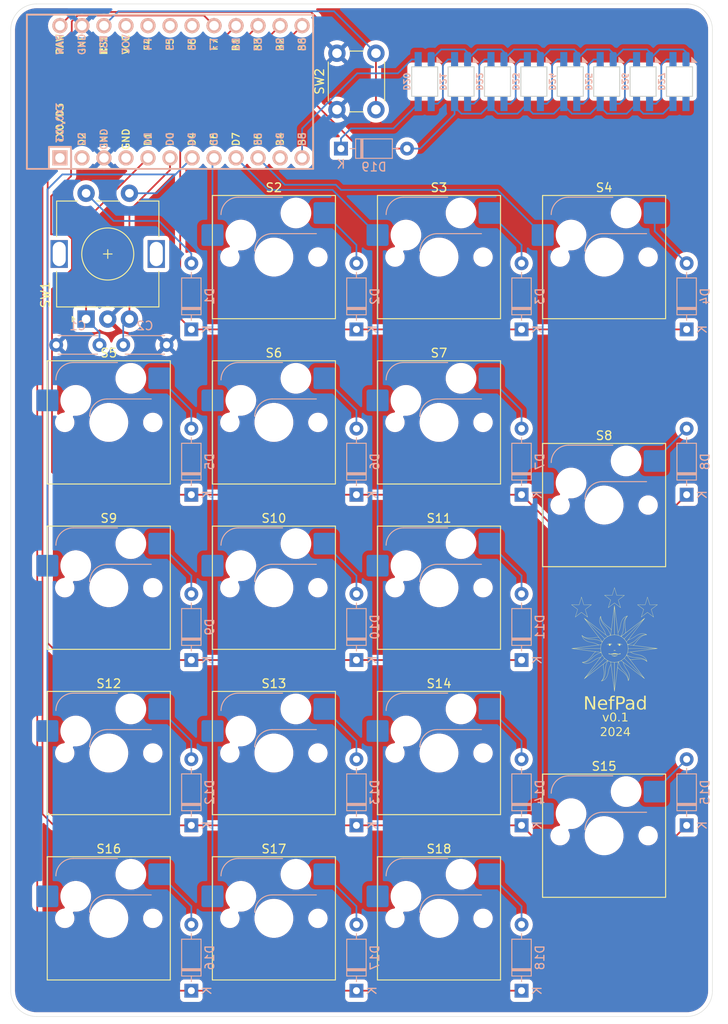
<source format=kicad_pcb>
(kicad_pcb (version 20240108) (generator "pcbnew") (generator_version "8.0")
  (title_block (title "NefPad") (date "2024-06-21") (rev "v0.1") (company "Suno Kaj 3"))
  (layers (0 "F.Cu" signal) (31 "B.Cu" signal) (34 "B.Paste" user) (35 "F.Paste" user) (36 "B.SilkS" user "B.Silkscreen") (37 "F.SilkS" user "F.Silkscreen") (38 "B.Mask" user) (39 "F.Mask" user) (44 "Edge.Cuts" user))
  (net 0 "")
  (net 1 "Row 0")
  (net 2 "Net-(D1-A)")
  (net 3 "Net-(D2-A)")
  (net 4 "Net-(D3-A)")
  (net 5 "Net-(D4-A)")
  (net 6 "Net-(D5-A)")
  (net 7 "Row 1")
  (net 8 "Net-(D6-A)")
  (net 9 "Net-(D7-A)")
  (net 10 "Net-(D8-A)")
  (net 11 "Net-(D9-A)")
  (net 12 "Row 2")
  (net 13 "Net-(D10-A)")
  (net 14 "Net-(D11-A)")
  (net 15 "Row 3")
  (net 16 "Net-(D12-A)")
  (net 17 "Net-(D13-A)")
  (net 18 "Net-(D14-A)")
  (net 19 "Net-(D15-A)")
  (net 20 "Net-(D16-A)")
  (net 21 "Row 4")
  (net 22 "Net-(D17-A)")
  (net 23 "Net-(D18-A)")
  (net 24 "Column 1")
  (net 25 "Column 2")
  (net 26 "Column 3")
  (net 27 "Column 0")
  (net 28 "EC_A")
  (net 29 "EC_B")
  (net 30 "RST")
  (net 31 "GND")
  (net 34 "+5V")
  (net 36 "Net-(D19-K)")
  (net 42 "LEDs")
  (net 43 "Net-(D20-VSS)")
  (net 44 "Net-(D20-DOUT)")
  (net 45 "Net-(D21-DOUT)")
  (net 46 "Net-(D22-DOUT)")
  (net 47 "Net-(D23-DOUT)")
  (net 48 "Net-(D24-DOUT)")
  (net 49 "Net-(D25-DOUT)")
  (net 50 "Net-(D26-DOUT)")
  (footprint "ScottoKeebs_Hotswap:Hotswap_MX_1.00u" (layer "F.Cu") (at 50.601605 104.775088)
    (property "Reference" "S13")
    (property "Value" "Keyswitch")
  )
  (footprint "ScottoKeebs_Hotswap:Hotswap_MX_1.00u" (layer "F.Cu") (at 31.551589 123.825104)
    (property "Reference" "S16")
    (property "Value" "Keyswitch")
  )
  (footprint "DD_Library_1:LED_SK6812MINI" (layer "F.Cu") (at 93.2 27.4 -90)
    (property "Reference" "D26")
    (property "Value" "LED_SK6812MINI" (hide yes))
    (fp_line (start -1.7 1.5) (end 1.7 1.5) (stroke (width 0.12)) (layer "Edge.Cuts"))
    (fp_line (start 1.7 1.5) (end 1.7 -1.5) (stroke (width 0.12)) (layer "Edge.Cuts"))
    (fp_line (start -1.7 -1.5) (end -1.7 1.5) (stroke (width 0.12)) (layer "Edge.Cuts"))
    (fp_line (start 1.7 -1.5) (end -1.7 -1.5) (stroke (width 0.12)) (layer "Edge.Cuts"))
  )
  (footprint "ScottoKeebs_Hotswap:Hotswap_MX_1.00u" (layer "F.Cu") (at 69.651621 66.675056)
    (property "Reference" "S7")
    (property "Value" "Keyswitch")
  )
  (footprint "DD_Library_1:solestrellas2" (layer "F.Cu") (at 89.892263 91.678202)
    (property "Reference" "G***" (hide yes))
    (property "Value" "LOGO" (hide yes))
  )
  (footprint "ScottoKeebs_MCU:Arduino_Pro_Micro" (layer "F.Cu") (at 39.885971 28.575024 90)
    (property "Reference" "U1" (hide yes))
    (property "Value" "Arduino_Pro_Micro" (hide yes))
  )
  (footprint "ScottoKeebs_Hotswap:Hotswap_MX_1.00u" (layer "F.Cu") (at 50.601605 123.825104)
    (property "Reference" "S17")
    (property "Value" "Keyswitch")
  )
  (footprint "ScottoKeebs_Hotswap:Hotswap_MX_2.00u_90deg" (layer "F.Cu") (at 88.701637 114.300096)
    (property "Reference" "S15")
    (property "Value" "Keyswitch")
  )
  (footprint "ScottoKeebs_Hotswap:Hotswap_MX_1.00u" (layer "F.Cu") (at 50.601605 66.675056)
    (property "Reference" "S6")
    (property "Value" "Keyswitch")
  )
  (footprint "DD_Library_1:LED_SK6812MINI" (layer "F.Cu") (at 76.4 27.4 -90)
    (property "Reference" "D22")
    (property "Value" "LED_SK6812MINI" (hide yes))
    (fp_line (start -1.7 1.5) (end 1.7 1.5) (stroke (width 0.12)) (layer "Edge.Cuts"))
    (fp_line (start 1.7 1.5) (end 1.7 -1.5) (stroke (width 0.12)) (layer "Edge.Cuts"))
    (fp_line (start -1.7 -1.5) (end -1.7 1.5) (stroke (width 0.12)) (layer "Edge.Cuts"))
    (fp_line (start 1.7 -1.5) (end -1.7 -1.5) (stroke (width 0.12)) (layer "Edge.Cuts"))
  )
  (footprint "Button_Switch_THT:SW_PUSH_6mm" (layer "F.Cu") (at 57.876613 30.634398 90)
    (property "Reference" "SW2")
    (property "Value" "SW_Push")
  )
  (footprint "DD_Library_1:LED_SK6812MINI" (layer "F.Cu") (at 80.6 27.4 -90)
    (property "Reference" "D23")
    (property "Value" "LED_SK6812MINI" (hide yes))
    (fp_line (start -1.7 1.5) (end 1.7 1.5) (stroke (width 0.12)) (layer "Edge.Cuts"))
    (fp_line (start 1.7 1.5) (end 1.7 -1.5) (stroke (width 0.12)) (layer "Edge.Cuts"))
    (fp_line (start -1.7 -1.5) (end -1.7 1.5) (stroke (width 0.12)) (layer "Edge.Cuts"))
    (fp_line (start 1.7 -1.5) (end -1.7 -1.5) (stroke (width 0.12)) (layer "Edge.Cuts"))
  )
  (footprint "ScottoKeebs_Hotswap:Hotswap_MX_2.00u_90deg" (layer "F.Cu") (at 88.701637 76.200064)
    (property "Reference" "S8")
    (property "Value" "Keyswitch")
  )
  (footprint "ScottoKeebs_Hotswap:Hotswap_MX_1.00u" (layer "F.Cu") (at 69.651621 123.825104)
    (property "Reference" "S18")
    (property "Value" "Keyswitch")
  )
  (footprint "ScottoKeebs_Hotswap:Hotswap_MX_1.00u" (layer "F.Cu") (at 88.701637 47.62504)
    (property "Reference" "S4")
    (property "Value" "Keyswitch")
  )
  (footprint "ScottoKeebs_Hotswap:Hotswap_MX_1.00u" (layer "F.Cu") (at 50.601605 47.62504)
    (property "Reference" "S2")
    (property "Value" "Keyswitch")
  )
  (footprint "DD_Library_1:LED_SK6812MINI" (layer "F.Cu") (at 97.4 27.4 -90)
    (property "Reference" "D27")
    (property "Value" "LED_SK6812MINI" (hide yes))
    (fp_line (start -1.7 1.5) (end 1.7 1.5) (stroke (width 0.12)) (layer "Edge.Cuts"))
    (fp_line (start 1.7 1.5) (end 1.7 -1.5) (stroke (width 0.12)) (layer "Edge.Cuts"))
    (fp_line (start -1.7 -1.5) (end -1.7 1.5) (stroke (width 0.12)) (layer "Edge.Cuts"))
    (fp_line (start 1.7 -1.5) (end -1.7 -1.5) (stroke (width 0.12)) (layer "Edge.Cuts"))
  )
  (footprint "ScottoKeebs_Hotswap:Hotswap_MX_1.00u" (layer "F.Cu") (at 31.551589 104.775088)
    (property "Reference" "S12")
    (property "Value" "Keyswitch")
  )
  (footprint "DD_Library_1:LED_SK6812MINI" (layer "F.Cu") (at 72.2 27.4 -90)
    (property "Reference" "D21")
    (property "Value" "LED_SK6812MINI" (hide yes))
    (fp_line (start -1.7 1.5) (end 1.7 1.5) (stroke (width 0.12)) (layer "Edge.Cuts"))
    (fp_line (start 1.7 1.5) (end 1.7 -1.5) (stroke (width 0.12)) (layer "Edge.Cuts"))
    (fp_line (start -1.7 -1.5) (end -1.7 1.5) (stroke (width 0.12)) (layer "Edge.Cuts"))
    (fp_line (start 1.7 -1.5) (end -1.7 -1.5) (stroke (width 0.12)) (layer "Edge.Cuts"))
  )
  (footprint "Rotary_Encoder:RotaryEncoder_Alps_EC11E-Switch_Vertical_H20mm" (layer "F.Cu") (at 28.932841 54.768796 90)
    (property "Reference" "SW1")
    (property "Value" "RotaryEncoder_Switch")
  )
  (footprint "ScottoKeebs_Hotswap:Hotswap_MX_1.00u" (layer "F.Cu") (at 69.651621 85.725072)
    (property "Reference" "S11")
    (property "Value" "Keyswitch")
  )
  (footprint "DD_Library_1:LED_SK6812MINI" (layer "F.Cu") (at 68 27.4 -90)
    (property "Reference" "D20")
    (property "Value" "LED_SK6812MINI" (hide yes))
    (fp_line (start -1.7 1.5) (end 1.7 1.5) (stroke (width 0.12)) (layer "Edge.Cuts"))
    (fp_line (start 1.7 1.5) (end 1.7 -1.5) (stroke (width 0.12)) (layer "Edge.Cuts"))
    (fp_line (start -1.7 -1.5) (end -1.7 1.5) (stroke (width 0.12)) (layer "Edge.Cuts"))
    (fp_line (start 1.7 -1.5) (end -1.7 -1.5) (stroke (width 0.12)) (layer "Edge.Cuts"))
  )
  (footprint "ScottoKeebs_Hotswap:Hotswap_MX_1.00u" (layer "F.Cu") (at 69.651621 47.62504)
    (property "Reference" "S3")
    (property "Value" "Keyswitch")
  )
  (footprint "ScottoKeebs_Hotswap:Hotswap_MX_1.00u" (layer "F.Cu") (at 31.551589 66.675056)
    (property "Reference" "S5")
    (property "Value" "Keyswitch")
  )
  (footprint "ScottoKeebs_Hotswap:Hotswap_MX_1.00u" (layer "F.Cu") (at 69.651621 104.775088)
    (property "Reference" "S14")
    (property "Value" "Keyswitch")
  )
  (footprint "ScottoKeebs_Hotswap:Hotswap_MX_1.00u" (layer "F.Cu") (at 50.601605 85.725072)
    (property "Reference" "S10")
    (property "Value" "Keyswitch")
  )
  (footprint "DD_Library_1:LED_SK6812MINI" (layer "F.Cu") (at 84.8 27.4 -90)
    (property "Reference" "D24")
    (property "Value" "LED_SK6812MINI" (hide yes))
    (fp_line (start -1.7 1.5) (end 1.7 1.5) (stroke (width 0.12)) (layer "Edge.Cuts"))
    (fp_line (start 1.7 1.5) (end 1.7 -1.5) (stroke (width 0.12)) (layer "Edge.Cuts"))
    (fp_line (start -1.7 -1.5) (end -1.7 1.5) (stroke (width 0.12)) (layer "Edge.Cuts"))
    (fp_line (start 1.7 -1.5) (end -1.7 -1.5) (stroke (width 0.12)) (layer "Edge.Cuts"))
  )
  (footprint "ScottoKeebs_Hotswap:Hotswap_MX_1.00u" (layer "F.Cu") (at 31.551589 85.725072)
    (property "Reference" "S9")
    (property "Value" "Keyswitch")
  )
  (footprint "DD_Library_1:LED_SK6812MINI" (layer "F.Cu") (at 89 27.4 -90)
    (property "Reference" "D25")
    (property "Value" "LED_SK6812MINI" (hide yes))
    (fp_line (start -1.7 1.5) (end 1.7 1.5) (stroke (width 0.12)) (layer "Edge.Cuts"))
    (fp_line (start 1.7 1.5) (end 1.7 -1.5) (stroke (width 0.12)) (layer "Edge.Cuts"))
    (fp_line (start -1.7 -1.5) (end -1.7 1.5) (stroke (width 0.12)) (layer "Edge.Cuts"))
    (fp_line (start 1.7 -1.5) (end -1.7 -1.5) (stroke (width 0.12)) (layer "Edge.Cuts"))
  )
  (footprint "Diode_THT:D_DO-35_SOD27_P7.62mm_Horizontal" (layer "B.Cu") (at 98.226645 75.009438 90)
    (property "Reference" "D8")
    (property "Value" "D")
  )
  (footprint "Diode_THT:D_DO-35_SOD27_P7.62mm_Horizontal" (layer "B.Cu") (at 60.126613 113.10947 90)
    (property "Reference" "D13")
    (property "Value" "D")
  )
  (footprint "Capacitor_THT:C_Disc_D4.3mm_W1.9mm_P5.00mm" (layer "B.Cu") (at 30.479711 57.745361 180)
    (property "Reference" "C1")
    (property "Value" "100 nF")
  )
  (footprint "Diode_THT:D_DO-35_SOD27_P7.62mm_Horizontal" (layer "B.Cu") (at 41.076597 132.159486 90)
    (property "Reference" "D16")
    (property "Value" "D")
  )
  (footprint "Diode_THT:D_DO-35_SOD27_P7.62mm_Horizontal" (layer "B.Cu") (at 60.126613 132.159486 90)
    (property "Reference" "D17")
    (property "Value" "D")
  )
  (footprint "Diode_THT:D_DO-35_SOD27_P7.62mm_Horizontal" (layer "B.Cu") (at 79.176629 75.009438 90)
    (property "Reference" "D7")
    (property "Value" "D")
  )
  (footprint "Capacitor_THT:C_Disc_D4.3mm_W1.9mm_P5.00mm" (layer "B.Cu") (at 38.21878 57.745361 180)
    (property "Reference" "C2")
    (property "Value" "100 nF")
  )
  (footprint "Diode_THT:D_DO-35_SOD27_P7.62mm_Horizontal" (layer "B.Cu") (at 41.076597 75.009438 90)
    (property "Reference" "D5")
    (property "Value" "D")
  )
  (footprint "Diode_THT:D_DO-35_SOD27_P7.62mm_Horizontal" (layer "B.Cu") (at 79.176629 132.159486 90)
    (property "Reference" "D18")
    (property "Value" "D")
  )
  (footprint "Diode_THT:D_DO-35_SOD27_P7.62mm_Horizontal" (layer "B.Cu") (at 60.126613 55.959422 90)
    (property "Reference" "D2")
    (property "Value" "D")
  )
  (footprint "Diode_THT:D_DO-35_SOD27_P7.62mm_Horizontal" (layer "B.Cu") (at 98.226645 113.10947 90)
    (property "Reference" "D15")
    (property "Value" "D")
  )
  (footprint "Diode_THT:D_DO-35_SOD27_P7.62mm_Horizontal" (layer "B.Cu") (at 60.126613 94.059454 90)
    (property "Reference" "D10")
    (property "Value" "D")
  )
  (footprint "Diode_THT:D_DO-35_SOD27_P7.62mm_Horizontal" (layer "B.Cu") (at 58.340674 35.123467)
    (property "Reference" "D19")
    (property "Value" "D")
  )
  (footprint "Diode_THT:D_DO-35_SOD27_P7.62mm_Horizontal" (layer "B.Cu") (at 41.076597 94.059454 90)
    (property "Reference" "D9")
    (property "Value" "D")
  )
  (footprint "Diode_THT:D_DO-35_SOD27_P7.62mm_Horizontal" (layer "B.Cu") (at 79.176629 55.959422 90)
    (property "Reference" "D3")
    (property "Value" "D")
  )
  (footprint "Diode_THT:D_DO-35_SOD27_P7.62mm_Horizontal" (layer "B.Cu") (at 79.176629 94.059454 90)
    (property "Reference" "D11")
    (property "Value" "D")
  )
  (footprint "Diode_THT:D_DO-35_SOD27_P7.62mm_Horizontal" (layer "B.Cu") (at 98.226645 55.959422 90)
    (property "Reference" "D4")
    (property "Value" "D")
  )
  (footprint "Diode_THT:D_DO-35_SOD27_P7.62mm_Horizontal" (layer "B.Cu") (at 41.076597 55.959422 90)
    (property "Reference" "D1")
    (property "Value" "D")
  )
  (footprint "Diode_THT:D_DO-35_SOD27_P7.62mm_Horizontal" (layer "B.Cu") (at 41.076597 113.10947 90)
    (property "Reference" "D12")
    (property "Value" "D")
  )
  (footprint "Diode_THT:D_DO-35_SOD27_P7.62mm_Horizontal" (layer "B.Cu") (at 79.176629 113.10947 90)
    (property "Reference" "D14")
    (property "Value" "D")
  )
  (footprint "Diode_THT:D_DO-35_SOD27_P7.62mm_Horizontal" (layer "B.Cu") (at 60.126613 75.009438 90)
    (property "Reference" "D6")
    (property "Value" "D")
  )
  (gr_line (start 20.240642 132.159486) (end 20.240642 21.431268) (stroke (width 0.05)) (layer "Edge.Cuts"))
  (gr_line (start 101.20321 21.431268) (end 101.20321 132.159486) (stroke (width 0.05)) (layer "Edge.Cuts"))
  (gr_arc (start 98.226645 18.454703) (mid 100.331394 19.326519) (end 101.20321 21.431268) (stroke (width 0.05)) (layer "Edge.Cuts"))
  (gr_arc (start 20.240642 21.431268) (mid 21.112458 19.326519) (end 23.217207 18.454703) (stroke (width 0.05)) (layer "Edge.Cuts"))
  (gr_line (start 23.217207 18.454703) (end 98.226645 18.454703) (stroke (width 0.05)) (layer "Edge.Cuts"))
  (gr_line (start 98.226645 135.136051) (end 23.217207 135.136051) (stroke (width 0.05)) (layer "Edge.Cuts"))
  (gr_arc (start 101.20321 132.159486) (mid 100.331394 134.264235) (end 98.226645 135.136051) (stroke (width 0.05)) (layer "Edge.Cuts"))
  (gr_arc (start 23.217207 135.136051) (mid 21.112458 134.264235) (end 20.240642 132.159486) (stroke (width 0.05)) (layer "Edge.Cuts"))
  (gr_text "NefPad" (at 90 100.012584 0) (layer "F.SilkS") (effects (font (size 1.5 1.5) (thickness 0.1) (italic yes)) (justify bottom)))
  (gr_text "v0.1\n2024" (at 90 102.989149 0) (layer "F.SilkS") (effects (font (size 1 1) (thickness 0.1)) (justify bottom)))
  (segment (start 39.290658 34.528154) (end 27.979711 34.528154) (width 0.2) (layer "F.Cu") (net 1))
  (segment (start 79.176629 55.959422) (end 60.126613 55.959422) (width 0.2) (layer "F.Cu") (net 1))
  (segment (start 39.792271 35.029767) (end 39.290658 34.528154) (width 0.2) (layer "F.Cu") (net 1))
  (segment (start 27.979711 26.020289) (end 30 24) (width 0.2) (layer "F.Cu") (net 1))
  (segment (start 30 24) (end 50.810995 24) (width 0.2) (layer "F.Cu") (net 1))
  (segment (start 98.226645 55.959422) (end 79.176629 55.959422) (width 0.2) (layer "F.Cu") (net 1))
  (segment (start 27.979711 34.528154) (end 27.979711 26.020289) (width 0.2) (layer "F.Cu") (net 1))
  (segment (start 60.126613 55.959422) (end 41.076597 55.959422) (width 0.2) (layer "F.Cu") (net 1))
  (segment (start 39.792271 54.675096) (end 39.792271 35.029767) (width 0.2) (layer "F.Cu") (net 1))
  (segment (start 41.076597 55.959422) (end 39.792271 54.675096) (width 0.2) (layer "F.Cu") (net 1))
  (segment (start 50.810995 24) (end 53.855971 20.955024) (width 0.2) (layer "F.Cu") (net 1))
  (segment (start 41.076597 48.339422) (end 41.076597 47.208052) (width 0.2) (layer "B.Cu") (net 2))
  (segment (start 41.076597 47.208052) (end 37.326394 43.457849) (width 0.2) (layer "B.Cu") (net 2))
  (segment (start 28.932841 40.268796) (end 32.121894 43.457849) (width 0.2) (layer "B.Cu") (net 2))
  (segment (start 32.121894 43.457849) (end 37.326394 43.457849) (width 0.2) (layer "B.Cu") (net 2))
  (segment (start 60.126613 48.339422) (end 60.126613 46.228048) (width 0.2) (layer "B.Cu") (net 3))
  (segment (start 60.126613 46.228048) (end 56.443605 42.54504) (width 0.2) (layer "B.Cu") (net 3))
  (segment (start 79.176629 46.228048) (end 75.493621 42.54504) (width 0.2) (layer "B.Cu") (net 4))
  (segment (start 79.176629 48.339422) (end 79.176629 46.228048) (width 0.2) (layer "B.Cu") (net 4))
  (segment (start 94.543637 42.54504) (end 94.543637 44.656414) (width 0.2) (layer "B.Cu") (net 5))
  (segment (start 94.543637 44.656414) (end 98.226645 48.339422) (width 0.2) (layer "B.Cu") (net 5))
  (segment (start 41.076597 67.389438) (end 41.076597 65.278064) (width 0.2) (layer "B.Cu") (net 6))
  (segment (start 41.076597 65.278064) (end 37.393589 61.595056) (width 0.2) (layer "B.Cu") (net 6))
  (segment (start 29.6 23.5) (end 48.770995 23.5) (width 0.2) (layer "F.Cu") (net 7))
  (segment (start 27.3 45.535955) (end 26.764045 45) (width 0.2) (layer "F.Cu") (net 7))
  (segment (start 79.176629 75.009438) (end 60.126613 75.009438) (width 0.2) (layer "F.Cu") (net 7))
  (segment (start 98.226645 75.009438) (end 93.464141 79.771942) (width 0.2) (layer "F.Cu") (net 7))
  (segment (start 27.2 38.3) (end 27.2 25.9) (width 0.2) (layer "F.Cu") (net 7))
  (segment (start 25 51.301637) (end 27.3 49.001637) (width 0.2) (layer "F.Cu") (net 7))
  (segment (start 60.126613 75.009438) (end 41.076597 75.009438) (width 0.2) (layer "F.Cu") (net 7))
  (segment (start 48.770995 23.5) (end 51.315971 20.955024) (width 0.2) (layer "F.Cu") (net 7))
  (segment (start 41.076597 75.009438) (end 27.609438 75.009438) (width 0.2) (layer "F.Cu") (net 7))
  (segment (start 24.9 40.6) (end 27.2 38.3) (width 0.2) (layer "F.Cu") (net 7))
  (segment (start 83.939133 79.771942) (end 79.176629 75.009438) (width 0.2) (layer "F.Cu") (net 7))
  (segment (start 27.2 25.9) (end 29.6 23.5) (width 0.2) (layer "F.Cu") (net 7))
  (segment (start 27.3 49.001637) (end 27.3 45.535955) (width 0.2) (layer "F.Cu") (net 7))
  (segment (start 93.464141 79.771942) (end 83.939133 79.771942) (width 0.2) (layer "F.Cu") (net 7))
  (segment (start 25 72.4) (end 25 51.301637) (width 0.2) (layer "F.Cu") (net 7))
  (segment (start 26.764045 45) (end 24.9 45) (width 0.2) (layer "F.Cu") (net 7))
  (segment (start 27.609438 75.009438) (end 25 72.4) (width 0.2) (layer "F.Cu") (net 7))
  (segment (start 24.9 45) (end 24.9 40.6) (width 0.2) (layer "F.Cu") (net 7))
  (segment (start 60.126613 67.389438) (end 60.126613 65.278064) (width 0.2) (layer "B.Cu") (net 8))
  (segment (start 60.126613 65.278064) (end 56.443605 61.595056) (width 0.2) (layer "B.Cu") (net 8))
  (segment (start 79.176629 65.278064) (end 75.493621 61.595056) (width 0.2) (layer "B.Cu") (net 9))
  (segment (start 79.176629 67.389438) (end 79.176629 65.278064) (width 0.2) (layer "B.Cu") (net 9))
  (segment (start 94.543637 71.120064) (end 94.543637 71.072446) (width 0.2) (layer "B.Cu") (net 10))
  (segment (start 94.543637 71.072446) (end 98.226645 67.389438) (width 0.2) (layer "B.Cu") (net 10))
  (segment (start 41.076597 84.32808) (end 37.393589 80.645072) (width 0.2) (layer "B.Cu") (net 11))
  (segment (start 41.076597 86.439454) (end 41.076597 84.32808) (width 0.2) (layer "B.Cu") (net 11))
  (segment (start 46.730995 23) (end 48.775971 20.955024) (width 0.2) (layer "F.Cu") (net 12))
  (segment (start 41.076597 94.059454) (end 26.459454 94.059454) (width 0.2) (layer "F.Cu") (net 12))
  (segment (start 41.314719 94.059454) (end 41.076597 94.297576) (width 0.2) (layer "F.Cu") (net 12))
  (segment (start 24.5 26) (end 27.5 23) (width 0.2) (layer "F.Cu") (net 12))
  (segment (start 79.176629 94.059454) (end 60.126613 94.059454) (width 0.2) (layer "F.Cu") (net 12))
  (segment (start 60.126613 94.059454) (end 41.076597 94.059454) (width 0.2) (layer "F.Cu") (net 12))
  (segment (start 24.5 92.1) (end 24.5 26) (width 0.2) (layer "F.Cu") (net 12))
  (segment (start 27.5 23) (end 46.730995 23) (width 0.2) (layer "F.Cu") (net 12))
  (segment (start 26.459454 94.059454) (end 24.5 92.1) (width 0.2) (layer "F.Cu") (net 12))
  (segment (start 60.126613 84.32808) (end 56.443605 80.645072) (width 0.2) (layer "B.Cu") (net 13))
  (segment (start 60.126613 86.439454) (end 60.126613 84.32808) (width 0.2) (layer "B.Cu") (net 13))
  (segment (start 79.176629 86.439454) (end 79.176629 84.32808) (width 0.2) (layer "B.Cu") (net 14))
  (segment (start 79.176629 84.32808) (end 75.493621 80.645072) (width 0.2) (layer "B.Cu") (net 14))
  (segment (start 44.690995 22.5) (end 27.2 22.5) (width 0.2) (layer "F.Cu") (net 15))
  (segment (start 94.059454 117.276661) (end 83.34382 117.276661) (width 0.2) (layer "F.Cu") (net 15))
  (segment (start 27.2 22.5) (end 23.9 25.8) (width 0.2) (layer "F.Cu") (net 15))
  (segment (start 23.9 111.8) (end 25.20947 113.10947) (width 0.2) (layer "F.Cu") (net 15))
  (segment (start 79.176629 113.10947) (end 60.126613 113.10947) (width 0.2) (layer "F.Cu") (net 15))
  (segment (start 60.126613 113.10947) (end 41.076597 113.10947) (width 0.2) (layer "F.Cu") (net 15))
  (segment (start 25.20947 113.10947) (end 41.076597 113.10947) (width 0.2) (layer "F.Cu") (net 15))
  (segment (start 23.9 25.8) (end 23.9 111.8) (width 0.2) (layer "F.Cu") (net 15))
  (segment (start 83.34382 117.276661) (end 79.176629 113.10947) (width 0.2) (layer "F.Cu") (net 15))
  (segment (start 98.226645 113.10947) (end 94.059454 117.276661) (width 0.2) (layer "F.Cu") (net 15))
  (segment (start 46.235971 20.955024) (end 44.690995 22.5) (width 0.2) (layer "F.Cu") (net 15))
  (segment (start 41.076597 105.48947) (end 41.076597 103.378096) (width 0.2) (layer "B.Cu") (net 16))
  (segment (start 41.076597 103.378096) (end 37.393589 99.695088) (width 0.2) (layer "B.Cu") (net 16))
  (segment (start 60.126613 105.48947) (end 60.126613 103.378096) (width 0.2) (layer "B.Cu") (net 17))
  (segment (start 60.126613 103.378096) (end 56.443605 99.695088) (width 0.2) (layer "B.Cu") (net 17))
  (segment (start 79.176629 103.378096) (end 75.493621 99.695088) (width 0.2) (layer "B.Cu") (net 18))
  (segment (start 79.176629 105.48947) (end 79.176629 103.378096) (width 0.2) (layer "B.Cu") (net 18))
  (segment (start 98.226645 105.48947) (end 94.543637 109.172478) (width 0.2) (layer "B.Cu") (net 19))
  (segment (start 94.543637 109.172478) (end 94.543637 109.220096) (width 0.2) (layer "B.Cu") (net 19))
  (segment (start 41.076597 122.428112) (end 37.393589 118.745104) (width 0.2) (layer "B.Cu") (net 20))
  (segment (start 41.076597 124.539486) (end 41.076597 122.428112) (width 0.2) (layer "B.Cu") (net 20))
  (segment (start 79.176629 132.159486) (end 60.126613 132.159486) (width 0.2) (layer "F.Cu") (net 21))
  (segment (start 42.519671 19.778724) (end 43.695971 20.955024) (width 0.2) (layer "F.Cu") (net 21))
  (segment (start 23.3 131.7) (end 23.3 25.6) (width 0.2) (layer "F.Cu") (net 21))
  (segment (start 60.126613 132.159486) (end 41.076597 132.159486) (width 0.2) (layer "F.Cu") (net 21))
  (segment (start 27.279671 20.467784) (end 27.968731 19.778724) (width 0.2) (layer "F.Cu") (net 21))
  (segment (start 41.076597 132.159486) (end 23.759486 132.159486) (width 0.2) (layer "F.Cu") (net 21))
  (segment (start 23.3 25.6) (end 27.279671 21.620329) (width 0.2) (layer "F.Cu") (net 21))
  (segment (start 23.759486 132.159486) (end 23.3 131.7) (width 0.2) (layer "F.Cu") (net 21))
  (segment (start 27.968731 19.778724) (end 42.519671 19.778724) (width 0.2) (layer "F.Cu") (net 21))
  (segment (start 27.279671 21.620329) (end 27.279671 20.467784) (width 0.2) (layer "F.Cu") (net 21))
  (segment (start 60.126613 122.428112) (end 56.443605 118.745104) (width 0.2) (layer "B.Cu") (net 22))
  (segment (start 60.126613 124.539486) (end 60.126613 122.428112) (width 0.2) (layer "B.Cu") (net 22))
  (segment (start 79.176629 124.539486) (end 79.176629 122.428112) (width 0.2) (layer "B.Cu") (net 23))
  (segment (start 79.176629 122.428112) (end 75.493621 118.745104) (width 0.2) (layer "B.Cu") (net 23))
  (segment (start 43.516605 45.08504) (end 43.516605 64.135056) (width 0.2) (layer "B.Cu") (net 24))
  (segment (start 43.516605 36.37439) (end 43.695971 36.195024) (width 0.2) (layer "B.Cu") (net 24))
  (segment (start 43.516605 45.08504) (end 43.516605 36.37439) (width 0.2) (layer "B.Cu") (net 24))
  (segment (start 43.516605 83.185072) (end 43.516605 102.235088) (width 0.2) (layer "B.Cu") (net 24))
  (segment (start 43.516605 64.135056) (end 43.516605 83.185072) (width 0.2) (layer "B.Cu") (net 24))
  (segment (start 43.516605 102.235088) (end 43.516605 121.285104) (width 0.2) (layer "B.Cu") (net 24))
  (segment (start 62.566621 121.285104) (end 62.566621 102.235088) (width 0.2) (layer "B.Cu") (net 25))
  (segment (start 62.566621 102.235088) (end 62.566621 83.185072) (width 0.2) (layer "B.Cu") (net 25))
  (segment (start 62.566621 45.08504) (end 57.367552 39.885971) (width 0.2) (layer "B.Cu") (net 25))
  (segment (start 62.566621 83.185072) (end 62.566621 64.135056) (width 0.2) (layer "B.Cu") (net 25))
  (segment (start 57.367552 39.885971) (end 49.926918 39.885971) (width 0.2) (layer "B.Cu") (net 25))
  (segment (start 49.926918 39.885971) (end 46.235971 36.195024) (width 0.2) (layer "B.Cu") (net 25))
  (segment (start 62.566621 64.135056) (end 62.566621 45.08504) (width 0.2) (layer "B.Cu") (net 25))
  (segment (start 81.616637 73.660064) (end 81.616637 111.760096) (width 0.2) (layer "B.Cu") (net 26))
  (segment (start 81.616637 45.08504) (end 81.616637 73.660064) (width 0.2) (layer "B.Cu") (net 26))
  (segment (start 51.871605 39.290658) (end 48.775971 36.195024) (width 0.2) (layer "B.Cu") (net 26))
  (segment (start 81.616637 45.08504) (end 76.417568 39.885971) (width 0.2) (layer "B.Cu") (net 26))
  (segment (start 58.340674 39.885971) (end 57.745361 39.290658) (width 0.2) (layer "B.Cu") (net 26))
  (segment (start 57.745361 39.290658) (end 51.871605 39.290658) (width 0.2) (layer "B.Cu") (net 26))
  (segment (start 76.417568 39.885971) (end 58.340674 39.885971) (width 0.2) (layer "B.Cu") (net 26))
  (segment (start 24.466589 121.285104) (end 24.466589 102.235088) (width 0.2) (layer "B.Cu") (net 27))
  (segment (start 39.250963 38.100032) (end 26.193772 38.100032) (width 0.2) (layer "B.Cu") (net 27))
  (segment (start 26.193772 38.100032) (end 24.466589 39.827215) (width 0.2) (layer "B.Cu") (net 27))
  (segment (start 24.466589 83.185072) (end 24.466589 64.135056) (width 0.2) (layer "B.Cu") (net 27))
  (segment (start 41.155971 36.195024) (end 39.250963 38.100032) (width 0.2) (layer "B.Cu") (net 27))
  (segment (start 24.466589 102.235088) (end 24.466589 83.185072) (width 0.2) (layer "B.Cu") (net 27))
  (segment (start 33.932841 40.268796) (end 37.082199 40.268796) (width 0.2) (layer "B.Cu") (net 27))
  (segment (start 24.466589 39.827215) (end 24.466589 64.135056) (width 0.2) (layer "B.Cu") (net 27))
  (segment (start 37.082199 40.268796) (end 39.250963 38.100032) (width 0.2) (layer "B.Cu") (net 27))
  (segment (start 28.932841 43.338154) (end 36.075971 36.195024) (width 0.2) (layer "F.Cu") (net 28))
  (segment (start 28.932841 54.768796) (end 28.932841 43.338154) (width 0.2) (layer "F.Cu") (net 28))
  (segment (start 30.479711 56.315666) (end 28.932841 54.768796) (width 0.2) (layer "B.Cu") (net 28))
  (segment (start 30.479711 57.745361) (end 30.479711 56.315666) (width 0.2) (layer "B.Cu") (net 28))
  (segment (start 38.615971 37.584093) (end 38.615971 36.195024) (width 0.2) (layer "F.Cu") (net 29))
  (segment (start 33.932841 54.768796) (end 33.932841 42.267223) (width 0.2) (layer "F.Cu") (net 29))
  (segment (start 33.932841 42.267223) (end 38.615971 37.584093) (width 0.2) (layer "F.Cu") (net 29))
  (segment (start 33.21878 57.745361) (end 33.21878 55.482857) (width 0.2) (layer "B.Cu") (net 29))
  (segment (start 33.21878 55.482857) (end 33.932841 54.768796) (width 0.2) (layer "B.Cu") (net 29))
  (segment (start 62.376614 24.134398) (end 62.376613 24.134397) (width 0.2) (layer "F.Cu") (net 30))
  (segment (start 62.376614 30.634398) (end 62.376614 24.134398) (width 0.2) (layer "F.Cu") (net 30))
  (segment (start 32.650995 19.3) (end 30.995971 20.955024) (width 0.2) (layer "B.Cu") (net 30))
  (segment (start 57.542216 19.3) (end 32.650995 19.3) (width 0.2) (layer "B.Cu") (net 30))
  (segment (start 62.376613 24.134397) (end 57.542216 19.3) (width 0.2) (layer "B.Cu") (net 30))
  (segment (start 25.915971 20.955024) (end 27.492271 19.378724) (width 0.2) (layer "F.Cu") (net 34))
  (segment (start 60.527204 35.123467) (end 65.960674 35.123467) (width 0.2) (layer "F.Cu") (net 34))
  (segment (start 55.5 30.096263) (end 60.527204 35.123467) (width 0.2) (layer "F.Cu") (net 34))
  (segment (start 27.492271 19.378724) (end 54.878724 19.378724) (width 0.2) (layer "F.Cu") (net 34))
  (segment (start 54.878724 19.378724) (end 55.5 20) (width 0.2) (layer "F.Cu") (net 34))
  (segment (start 55.5 20) (end 55.5 30.096263) (width 0.2) (layer "F.Cu") (net 34))
  (segment (start 92.45 29.95) (end 91.3 31.1) (width 0.2) (layer "B.Cu") (net 34))
  (segment (start 92.45 30.31) (end 92.45 29.95) (width 0.2) (layer "B.Cu") (net 34))
  (segment (start 80.5 31.1) (end 82.9 31.1) (width 0.2) (layer "B.Cu") (net 34))
  (segment (start 85 31.1) (end 87.1 31.1) (width 0.2) (layer "B.Cu") (net 34))
  (segment (start 88.25 29.95) (end 87.1 31.1) (width 0.2) (layer "B.Cu") (net 34))
  (segment (start 79.85 29.95) (end 78.7 31.1) (width 0.2) (layer "B.Cu") (net 34))
  (segment (start 93.24 31.1) (end 92.45 30.31) (width 0.2) (layer "B.Cu") (net 34))
  (segment (start 72.24 31.1) (end 74.5 31.1) (width 0.2) (layer "B.Cu") (net 34))
  (segment (start 84.05 29.95) (end 82.9 31.1) (width 0.2) (layer "B.Cu") (net 34))
  (segment (start 67.476533 35.123467) (end 65.960674 35.123467) (width 0.2) (layer "B.Cu") (net 34))
  (segment (start 75.65 29.95) (end 74.5 31.1) (width 0.2) (layer "B.Cu") (net 34))
  (segment (start 85 31.1) (end 84.05 30.15) (width 0.2) (layer "B.Cu") (net 34))
  (segment (start 75.65 30.31) (end 75.65 29.95) (width 0.2) (layer "B.Cu") (net 34))
  (segment (start 93.24 31.1) (end 95.5 31.1) (width 0.2) (layer "B.Cu") (net 34))
  (segment (start 84.05 30.15) (end 84.05 29.95) (width 0.2) (layer "B.Cu") (net 34))
  (segment (start 76.44 31.1) (end 78.7 31.1) (width 0.2) (layer "B.Cu") (net 34))
  (segment (start 76.44 31.1) (end 75.65 30.31) (width 0.2) (layer "B.Cu") (net 34))
  (segment (start 67.476533 35.123467) (end 71.45 31.15) (width 0.2) (layer "B.Cu") (net 34))
  (segment (start 89.04 31.1) (end 88.25 30.31) (width 0.2) (layer "B.Cu") (net 34))
  (segment (start 71.45 31.15) (end 71.45 29.95) (width 0.2) (layer "B.Cu") (net 34))
  (segment (start 96.65 29.95) (end 95.5 31.1) (width 0.2) (layer "B.Cu") (net 34))
  (segment (start 72.24 31.1) (end 71.45 30.31) (width 0.2) (layer "B.Cu") (net 34))
  (segment (start 80.5 31.1) (end 79.85 30.45) (width 0.2) (layer "B.Cu") (net 34))
  (segment (start 88.25 30.31) (end 88.25 29.95) (width 0.2) (layer "B.Cu") (net 34))
  (segment (start 71.45 30.31) (end 71.45 29.95) (width 0.2) (layer "B.Cu") (net 34))
  (segment (start 89.04 31.1) (end 91.3 31.1) (width 0.2) (layer "B.Cu") (net 34))
  (segment (start 79.85 30.45) (end 79.85 29.95) (width 0.2) (layer "B.Cu") (net 34))
  (segment (start 58.340674 33.959326) (end 58.340674 35.123467) (width 0.2) (layer "B.Cu") (net 36))
  (segment (start 59.5 32.8) (end 58.340674 33.959326) (width 0.2) (layer "B.Cu") (net 36))
  (segment (start 67.25 29.95) (end 67.25 30.195) (width 0.2) (layer "B.Cu") (net 36))
  (segment (start 64.4 32.8) (end 59.5 32.8) (width 0.2) (layer "B.Cu") (net 36))
  (segment (start 67.25 29.95) (end 64.4 32.8) (width 0.2) (layer "B.Cu") (net 36))
  (segment (start 53.855971 32.816562) (end 60.222533 26.45) (width 0.2) (layer "B.Cu") (net 42))
  (segment (start 66.501472 24.85) (end 64.901472 26.45) (width 0.2) (layer "B.Cu") (net 42))
  (segment (start 64.901472 26.45) (end 60.222533 26.45) (width 0.2) (layer "B.Cu") (net 42))
  (segment (start 53.855971 36.195024) (end 53.855971 32.816562) (width 0.2) (layer "B.Cu") (net 42))
  (segment (start 67.25 24.85) (end 66.501472 24.85) (width 0.2) (layer "B.Cu") (net 42))
  (segment (start 85.55 24) (end 85.55 24.85) (width 0.2) (layer "B.Cu") (net 43))
  (segment (start 72.6 23.7) (end 72.95 24.05) (width 0.2) (layer "B.Cu") (net 43))
  (segment (start 68.75 24.85) (end 69.9 23.7) (width 0.2) (layer "B.Cu") (net 43))
  (segment (start 89.3 23.7) (end 89.75 24.15) (width 0.2) (layer "B.Cu") (net 43))
  (segment (start 86.7 23.7) (end 89.3 23.7) (width 0.2) (layer "B.Cu") (net 43))
  (segment (start 77.15 24) (end 77.15 24.85) (width 0.2) (layer "B.Cu") (net 43))
  (segment (start 85.25 23.7) (end 85.55 24) (width 0.2) (layer "B.Cu") (net 43))
  (segment (start 81.35 24.15) (end 81.35 24.85) (width 0.2) (layer "B.Cu") (net 43))
  (segment (start 76.85 23.7) (end 77.15 24) (width 0.2) (layer "B.Cu") (net 43))
  (segment (start 89.75 24.15) (end 89.75 24.85) (width 0.2) (layer "B.Cu") (net 43))
  (segment (start 93.95 24.85) (end 95.1 23.7) (width 0.2) (layer "B.Cu") (net 43))
  (segment (start 93.65 23.7) (end 93.95 24) (width 0.2) (layer "B.Cu") (net 43))
  (segment (start 93.95 24) (end 93.95 24.85) (width 0.2) (layer "B.Cu") (net 43))
  (segment (start 98.15 24) (end 98.15 24.85) (width 0.2) (layer "B.Cu") (net 43))
  (segment (start 78.3 23.7) (end 80.9 23.7) (width 0.2) (layer "B.Cu") (net 43))
  (segment (start 90.9 23.7) (end 93.65 23.7) (width 0.2) (layer "B.Cu") (net 43))
  (segment (start 72.95 24.05) (end 72.95 24.85) (width 0.2) (layer "B.Cu") (net 43))
  (segment (start 97.85 23.7) (end 98.15 24) (width 0.2) (layer "B.Cu") (net 43))
  (segment (start 74.1 23.7) (end 76.85 23.7) (width 0.2) (layer "B.Cu") (net 43))
  (segment (start 95.1 23.7) (end 97.85 23.7) (width 0.2) (layer "B.Cu") (net 43))
  (segment (start 81.35 24.85) (end 82.5 23.7) (width 0.2) (layer "B.Cu") (net 43))
  (segment (start 82.5 23.7) (end 85.25 23.7) (width 0.2) (layer "B.Cu") (net 43))
  (segment (start 85.55 24.85) (end 86.7 23.7) (width 0.2) (layer "B.Cu") (net 43))
  (segment (start 69.9 23.7) (end 72.6 23.7) (width 0.2) (layer "B.Cu") (net 43))
  (segment (start 89.75 24.85) (end 90.9 23.7) (width 0.2) (layer "B.Cu") (net 43))
  (segment (start 72.95 24.85) (end 74.1 23.7) (width 0.2) (layer "B.Cu") (net 43))
  (segment (start 77.15 24.85) (end 78.3 23.7) (width 0.2) (layer "B.Cu") (net 43))
  (segment (start 80.9 23.7) (end 81.35 24.15) (width 0.2) (layer "B.Cu") (net 43))
  (segment (start 69.498528 29.95) (end 70.1 29.348528) (width 0.2) (layer "B.Cu") (net 44))
  (segment (start 68.75 29.95) (end 69.498528 29.95) (width 0.2) (layer "B.Cu") (net 44))
  (segment (start 70.1 29.348528) (end 70.1 25.451472) (width 0.2) (layer "B.Cu") (net 44))
  (segment (start 70.701472 24.85) (end 71.45 24.85) (width 0.2) (layer "B.Cu") (net 44))
  (segment (start 70.1 25.451472) (end 70.701472 24.85) (width 0.2) (layer "B.Cu") (net 44))
  (segment (start 73.698528 29.95) (end 74.3 29.348528) (width 0.2) (layer "B.Cu") (net 45))
  (segment (start 72.95 29.95) (end 73.698528 29.95) (width 0.2) (layer "B.Cu") (net 45))
  (segment (start 74.901472 24.85) (end 75.65 24.85) (width 0.2) (layer "B.Cu") (net 45))
  (segment (start 74.3 29.348528) (end 74.3 25.451472) (width 0.2) (layer "B.Cu") (net 45))
  (segment (start 74.3 25.451472) (end 74.901472 24.85) (width 0.2) (layer "B.Cu") (net 45))
  (segment (start 78.5 25.4) (end 79.05 24.85) (width 0.2) (layer "B.Cu") (net 46))
  (segment (start 79.05 24.85) (end 79.85 24.85) (width 0.2) (layer "B.Cu") (net 46))
  (segment (start 77.898528 29.95) (end 78.5 29.348528) (width 0.2) (layer "B.Cu") (net 46))
  (segment (start 78.5 29.348528) (end 78.5 25.4) (width 0.2) (layer "B.Cu") (net 46))
  (segment (start 77.15 29.95) (end 77.898528 29.95) (width 0.2) (layer "B.Cu") (net 46))
  (segment (start 81.35 29.95) (end 82.098528 29.95) (width 0.2) (layer "B.Cu") (net 47))
  (segment (start 82.7 25.451472) (end 83.301472 24.85) (width 0.2) (layer "B.Cu") (net 47))
  (segment (start 82.098528 29.95) (end 82.7 29.348528) (width 0.2) (layer "B.Cu") (net 47))
  (segment (start 82.7 29.348528) (end 82.7 25.451472) (width 0.2) (layer "B.Cu") (net 47))
  (segment (start 83.301472 24.85) (end 84.05 24.85) (width 0.2) (layer "B.Cu") (net 47))
  (segment (start 87.501472 24.85) (end 88.25 24.85) (width 0.2) (layer "B.Cu") (net 48))
  (segment (start 86.9 29.348528) (end 86.9 25.451472) (width 0.2) (layer "B.Cu") (net 48))
  (segment (start 86.298528 29.95) (end 86.9 29.348528) (width 0.2) (layer "B.Cu") (net 48))
  (segment (start 86.9 25.451472) (end 87.501472 24.85) (width 0.2) (layer "B.Cu") (net 48))
  (segment (start 85.55 29.95) (end 86.298528 29.95) (width 0.2) (layer "B.Cu") (net 48))
  (segment (start 91.1 29.348528) (end 91.1 25.451472) (width 0.2) (layer "B.Cu") (net 49))
  (segment (start 91.701472 24.85) (end 92.45 24.85) (width 0.2) (layer "B.Cu") (net 49))
  (segment (start 91.1 25.451472) (end 91.701472 24.85) (width 0.2) (layer "B.Cu") (net 49))
  (segment (start 90.498528 29.95) (end 91.1 29.348528) (width 0.2) (layer "B.Cu") (net 49))
  (segment (start 89.75 29.95) (end 90.498528 29.95) (width 0.2) (layer "B.Cu") (net 49))
  (segment (start 95.3 25.451472) (end 95.901472 24.85) (width 0.2) (layer "B.Cu") (net 50))
  (segment (start 94.698528 29.95) (end 95.3 29.348528) (width 0.2) (layer "B.Cu") (net 50))
  (segment (start 95.901472 24.85) (end 96.65 24.85) (width 0.2) (layer "B.Cu") (net 50))
  (segment (start 93.95 29.95) (end 94.698528 29.95) (width 0.2) (layer "B.Cu") (net 50))
  (segment (start 95.3 29.348528) (end 95.3 25.451472) (width 0.2) (layer "B.Cu") (net 50))
  (zone (net 31) (net_name "GND") (layers "F&B.Cu") (connect_pads (clearance 0.5)) (min_thickness 0.25) (fill yes (thermal_gap 0.5) (thermal_bridge_width 0.5))
    (polygon (pts (xy 19 18) (xy 19 136) (xy 103 136) (xy 103 18)))
  )
)
</source>
